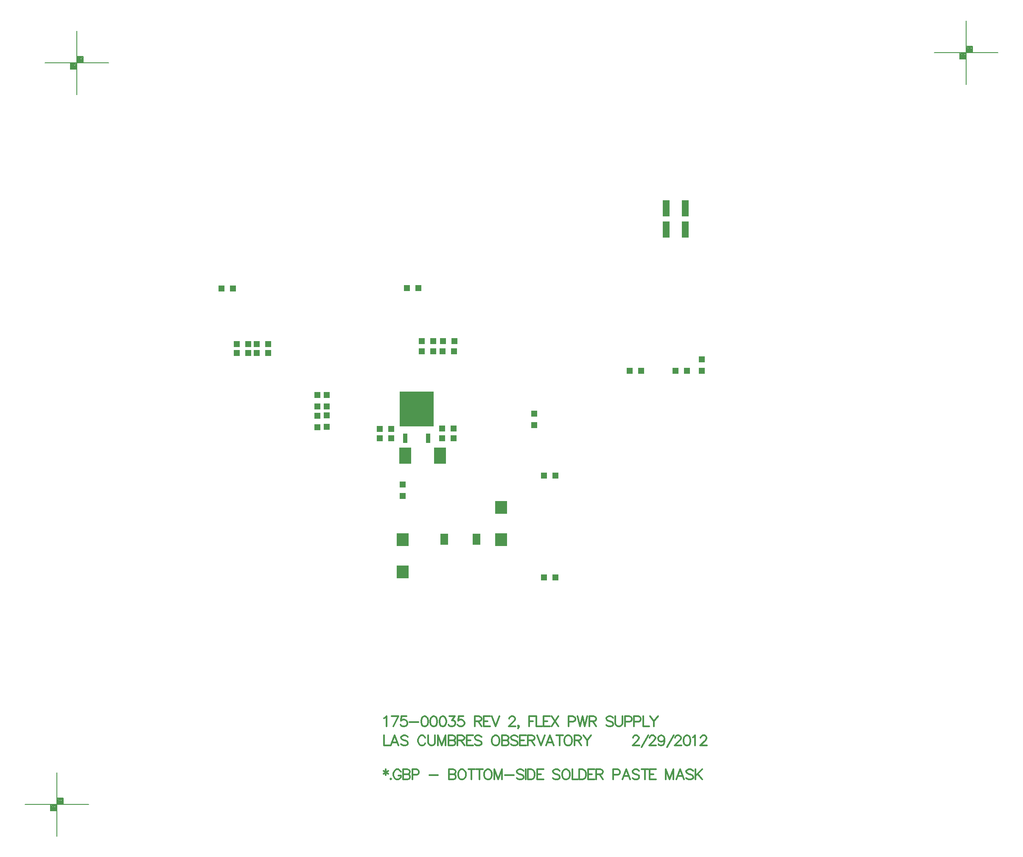
<source format=gbp>
%FSLAX23Y23*%
%MOIN*%
G70*
G01*
G75*
G04 Layer_Color=128*
%ADD10R,0.036X0.036*%
%ADD11R,0.050X0.050*%
%ADD12R,0.059X0.039*%
%ADD13O,0.014X0.067*%
%ADD14O,0.024X0.079*%
%ADD15R,0.050X0.050*%
%ADD16R,0.268X0.272*%
%ADD17R,0.037X0.075*%
%ADD18C,0.010*%
%ADD19C,0.020*%
%ADD20C,0.012*%
%ADD21R,5.000X0.079*%
%ADD22R,0.221X0.206*%
%ADD23R,6.378X0.079*%
%ADD24R,0.221X0.197*%
%ADD25R,0.262X0.135*%
%ADD26C,0.008*%
%ADD27C,0.012*%
%ADD28C,0.012*%
%ADD29R,0.059X0.059*%
%ADD30C,0.059*%
%ADD31C,0.157*%
%ADD32C,0.080*%
%ADD33C,0.079*%
%ADD34R,0.079X0.079*%
%ADD35R,0.120X0.120*%
%ADD36C,0.120*%
%ADD37C,0.055*%
%ADD38C,0.065*%
%ADD39C,0.115*%
%ADD40R,0.115X0.115*%
%ADD41C,0.037*%
%ADD42C,0.233*%
%ADD43C,0.220*%
%ADD44C,0.064*%
%ADD45C,0.020*%
%ADD46R,0.059X0.059*%
%ADD47C,0.030*%
%ADD48C,0.050*%
%ADD49C,0.024*%
%ADD50C,0.040*%
%ADD51C,0.075*%
%ADD52C,0.206*%
%ADD53C,0.092*%
G04:AMPARAMS|DCode=54|XSize=112mil|YSize=112mil|CornerRadius=0mil|HoleSize=0mil|Usage=FLASHONLY|Rotation=0.000|XOffset=0mil|YOffset=0mil|HoleType=Round|Shape=Relief|Width=10mil|Gap=10mil|Entries=4|*
%AMTHD54*
7,0,0,0.112,0.092,0.010,45*
%
%ADD54THD54*%
%ADD55C,0.087*%
%ADD56C,0.118*%
%ADD57C,0.073*%
%ADD58C,0.190*%
G04:AMPARAMS|DCode=59|XSize=107.244mil|YSize=107.244mil|CornerRadius=0mil|HoleSize=0mil|Usage=FLASHONLY|Rotation=0.000|XOffset=0mil|YOffset=0mil|HoleType=Round|Shape=Relief|Width=10mil|Gap=10mil|Entries=4|*
%AMTHD59*
7,0,0,0.107,0.087,0.010,45*
%
%ADD59THD59*%
G04:AMPARAMS|DCode=60|XSize=138mil|YSize=138mil|CornerRadius=0mil|HoleSize=0mil|Usage=FLASHONLY|Rotation=0.000|XOffset=0mil|YOffset=0mil|HoleType=Round|Shape=Relief|Width=10mil|Gap=10mil|Entries=4|*
%AMTHD60*
7,0,0,0.138,0.118,0.010,45*
%
%ADD60THD60*%
%ADD61C,0.067*%
%ADD62C,0.056*%
%ADD63C,0.104*%
G04:AMPARAMS|DCode=64|XSize=70mil|YSize=70mil|CornerRadius=0mil|HoleSize=0mil|Usage=FLASHONLY|Rotation=0.000|XOffset=0mil|YOffset=0mil|HoleType=Round|Shape=Relief|Width=10mil|Gap=10mil|Entries=4|*
%AMTHD64*
7,0,0,0.070,0.050,0.010,45*
%
%ADD64THD64*%
G04:AMPARAMS|DCode=65|XSize=95.433mil|YSize=95.433mil|CornerRadius=0mil|HoleSize=0mil|Usage=FLASHONLY|Rotation=0.000|XOffset=0mil|YOffset=0mil|HoleType=Round|Shape=Relief|Width=10mil|Gap=10mil|Entries=4|*
%AMTHD65*
7,0,0,0.095,0.075,0.010,45*
%
%ADD65THD65*%
%ADD66C,0.055*%
%ADD67C,0.068*%
G04:AMPARAMS|DCode=68|XSize=88mil|YSize=88mil|CornerRadius=0mil|HoleSize=0mil|Usage=FLASHONLY|Rotation=0.000|XOffset=0mil|YOffset=0mil|HoleType=Round|Shape=Relief|Width=10mil|Gap=10mil|Entries=4|*
%AMTHD68*
7,0,0,0.088,0.068,0.010,45*
%
%ADD68THD68*%
G04:AMPARAMS|DCode=69|XSize=226.142mil|YSize=226.142mil|CornerRadius=0mil|HoleSize=0mil|Usage=FLASHONLY|Rotation=0.000|XOffset=0mil|YOffset=0mil|HoleType=Round|Shape=Relief|Width=10mil|Gap=10mil|Entries=4|*
%AMTHD69*
7,0,0,0.226,0.206,0.010,45*
%
%ADD69THD69*%
G04:AMPARAMS|DCode=70|XSize=93.465mil|YSize=93.465mil|CornerRadius=0mil|HoleSize=0mil|Usage=FLASHONLY|Rotation=0.000|XOffset=0mil|YOffset=0mil|HoleType=Round|Shape=Relief|Width=10mil|Gap=10mil|Entries=4|*
%AMTHD70*
7,0,0,0.093,0.073,0.010,45*
%
%ADD70THD70*%
G04:AMPARAMS|DCode=71|XSize=100mil|YSize=100mil|CornerRadius=0mil|HoleSize=0mil|Usage=FLASHONLY|Rotation=0.000|XOffset=0mil|YOffset=0mil|HoleType=Round|Shape=Relief|Width=10mil|Gap=10mil|Entries=4|*
%AMTHD71*
7,0,0,0.100,0.080,0.010,45*
%
%ADD71THD71*%
G04:AMPARAMS|DCode=72|XSize=75mil|YSize=75mil|CornerRadius=0mil|HoleSize=0mil|Usage=FLASHONLY|Rotation=0.000|XOffset=0mil|YOffset=0mil|HoleType=Round|Shape=Relief|Width=10mil|Gap=10mil|Entries=4|*
%AMTHD72*
7,0,0,0.075,0.055,0.010,45*
%
%ADD72THD72*%
%ADD73R,0.094X0.102*%
%ADD74R,0.055X0.130*%
%ADD75R,0.059X0.087*%
%ADD76R,0.094X0.130*%
%ADD77C,0.050*%
%ADD78C,0.025*%
%ADD79C,0.007*%
%ADD80R,4.998X0.079*%
%ADD81C,0.025*%
%ADD82C,0.010*%
%ADD83C,0.024*%
%ADD84C,0.010*%
%ADD85C,0.006*%
%ADD86C,0.007*%
%ADD87C,0.008*%
%ADD88R,0.190X0.123*%
%ADD89R,0.230X0.340*%
%ADD90R,0.240X0.280*%
%ADD91R,0.230X0.275*%
%ADD92R,0.230X0.315*%
%ADD93R,0.044X0.044*%
%ADD94R,0.058X0.058*%
%ADD95R,0.067X0.047*%
%ADD96O,0.022X0.075*%
%ADD97O,0.032X0.087*%
%ADD98R,0.058X0.058*%
%ADD99R,0.276X0.280*%
%ADD100R,0.045X0.083*%
%ADD101R,0.067X0.067*%
%ADD102C,0.067*%
%ADD103C,0.165*%
%ADD104C,0.088*%
%ADD105C,0.087*%
%ADD106R,0.087X0.087*%
%ADD107R,0.128X0.128*%
%ADD108C,0.128*%
%ADD109C,0.063*%
%ADD110C,0.073*%
%ADD111C,0.123*%
%ADD112R,0.123X0.123*%
%ADD113C,0.241*%
%ADD114C,0.228*%
%ADD115C,0.072*%
%ADD116C,0.028*%
%ADD117R,0.067X0.067*%
%ADD118C,0.038*%
%ADD119C,0.058*%
%ADD120C,0.032*%
%ADD121R,1.028X0.327*%
%ADD122R,0.102X0.110*%
%ADD123R,0.063X0.138*%
%ADD124R,0.067X0.095*%
%ADD125R,0.102X0.138*%
%ADD126C,0.033*%
D11*
X51569Y33866D02*
D03*
Y33776D02*
D03*
X50254Y33349D02*
D03*
Y33439D02*
D03*
X48624Y33334D02*
D03*
Y33424D02*
D03*
X48549Y33333D02*
D03*
Y33423D02*
D03*
Y33586D02*
D03*
Y33496D02*
D03*
X48624Y33586D02*
D03*
Y33496D02*
D03*
X49219Y32881D02*
D03*
Y32791D02*
D03*
D15*
X49343Y34425D02*
D03*
X49253D02*
D03*
X47886Y34422D02*
D03*
X47796D02*
D03*
X49529Y33245D02*
D03*
X49619D02*
D03*
X49041Y33318D02*
D03*
X49131D02*
D03*
X49534Y33929D02*
D03*
X49624D02*
D03*
X49535Y34010D02*
D03*
X49625D02*
D03*
X49461Y33929D02*
D03*
X49371D02*
D03*
X49461Y34010D02*
D03*
X49371D02*
D03*
X48074Y33986D02*
D03*
X48164D02*
D03*
X48005D02*
D03*
X47915D02*
D03*
X48005Y33916D02*
D03*
X47915D02*
D03*
X49529Y33321D02*
D03*
X49619D02*
D03*
X50419Y32951D02*
D03*
X50329D02*
D03*
Y32151D02*
D03*
X50419D02*
D03*
X51004Y33775D02*
D03*
X51094D02*
D03*
X51454Y33776D02*
D03*
X51364D02*
D03*
X48074Y33916D02*
D03*
X48164D02*
D03*
X49039Y33245D02*
D03*
X49129D02*
D03*
D16*
X49329Y33475D02*
D03*
D17*
X49419Y33245D02*
D03*
X49240D02*
D03*
D26*
X46410Y36197D02*
X46910D01*
X46660Y35947D02*
Y36447D01*
X46710Y36197D02*
Y36247D01*
X46660D02*
X46710D01*
X46610Y36147D02*
Y36197D01*
Y36147D02*
X46660D01*
X46615Y36192D02*
X46655D01*
X46615Y36152D02*
Y36192D01*
Y36152D02*
X46655D01*
Y36192D01*
X46620Y36187D02*
X46650D01*
X46620Y36157D02*
Y36187D01*
Y36157D02*
X46650D01*
Y36182D01*
X46625D02*
X46645D01*
X46625Y36162D02*
Y36182D01*
Y36162D02*
X46645D01*
Y36177D01*
X46630D02*
X46640D01*
X46630Y36167D02*
Y36177D01*
Y36167D02*
X46640D01*
Y36177D01*
X46630Y36172D02*
X46640D01*
X46665Y36242D02*
X46705D01*
X46665Y36202D02*
Y36242D01*
Y36202D02*
X46705D01*
Y36242D01*
X46670Y36237D02*
X46700D01*
X46670Y36207D02*
Y36237D01*
Y36207D02*
X46700D01*
Y36232D01*
X46675D02*
X46695D01*
X46675Y36212D02*
Y36232D01*
Y36212D02*
X46695D01*
Y36227D01*
X46680D02*
X46690D01*
X46680Y36217D02*
Y36227D01*
Y36217D02*
X46690D01*
Y36227D01*
X46680Y36222D02*
X46690D01*
X46252Y30370D02*
X46752D01*
X46502Y30120D02*
Y30620D01*
X46552Y30370D02*
Y30420D01*
X46502D02*
X46552D01*
X46452Y30320D02*
Y30370D01*
Y30320D02*
X46502D01*
X46457Y30365D02*
X46497D01*
X46457Y30325D02*
Y30365D01*
Y30325D02*
X46497D01*
Y30365D01*
X46462Y30360D02*
X46492D01*
X46462Y30330D02*
Y30360D01*
Y30330D02*
X46492D01*
Y30355D01*
X46467D02*
X46487D01*
X46467Y30335D02*
Y30355D01*
Y30335D02*
X46487D01*
Y30350D01*
X46472D02*
X46482D01*
X46472Y30340D02*
Y30350D01*
Y30340D02*
X46482D01*
Y30350D01*
X46472Y30345D02*
X46482D01*
X46507Y30415D02*
X46547D01*
X46507Y30375D02*
Y30415D01*
Y30375D02*
X46547D01*
Y30415D01*
X46512Y30410D02*
X46542D01*
X46512Y30380D02*
Y30410D01*
Y30380D02*
X46542D01*
Y30405D01*
X46517D02*
X46537D01*
X46517Y30385D02*
Y30405D01*
Y30385D02*
X46537D01*
Y30400D01*
X46522D02*
X46532D01*
X46522Y30390D02*
Y30400D01*
Y30390D02*
X46532D01*
Y30400D01*
X46522Y30395D02*
X46532D01*
X53398Y36275D02*
X53898D01*
X53648Y36025D02*
Y36525D01*
X53698Y36275D02*
Y36325D01*
X53648D02*
X53698D01*
X53598Y36225D02*
Y36275D01*
Y36225D02*
X53648D01*
X53603Y36270D02*
X53643D01*
X53603Y36230D02*
Y36270D01*
Y36230D02*
X53643D01*
Y36270D01*
X53608Y36265D02*
X53638D01*
X53608Y36235D02*
Y36265D01*
Y36235D02*
X53638D01*
Y36260D01*
X53613D02*
X53633D01*
X53613Y36240D02*
Y36260D01*
Y36240D02*
X53633D01*
Y36255D01*
X53618D02*
X53628D01*
X53618Y36245D02*
Y36255D01*
Y36245D02*
X53628D01*
Y36255D01*
X53618Y36250D02*
X53628D01*
X53653Y36320D02*
X53693D01*
X53653Y36280D02*
Y36320D01*
Y36280D02*
X53693D01*
Y36320D01*
X53658Y36315D02*
X53688D01*
X53658Y36285D02*
Y36315D01*
Y36285D02*
X53688D01*
Y36310D01*
X53663D02*
X53683D01*
X53663Y36290D02*
Y36310D01*
Y36290D02*
X53683D01*
Y36305D01*
X53668D02*
X53678D01*
X53668Y36295D02*
Y36305D01*
Y36295D02*
X53678D01*
Y36305D01*
X53668Y36300D02*
X53678D01*
D27*
X49073Y30911D02*
Y30831D01*
X49119D01*
X49188D02*
X49158Y30911D01*
X49127Y30831D01*
X49139Y30857D02*
X49177D01*
X49260Y30899D02*
X49253Y30907D01*
X49241Y30911D01*
X49226D01*
X49215Y30907D01*
X49207Y30899D01*
Y30892D01*
X49211Y30884D01*
X49215Y30880D01*
X49222Y30876D01*
X49245Y30869D01*
X49253Y30865D01*
X49257Y30861D01*
X49260Y30853D01*
Y30842D01*
X49253Y30834D01*
X49241Y30831D01*
X49226D01*
X49215Y30834D01*
X49207Y30842D01*
X49398Y30892D02*
X49394Y30899D01*
X49387Y30907D01*
X49379Y30911D01*
X49364D01*
X49356Y30907D01*
X49349Y30899D01*
X49345Y30892D01*
X49341Y30880D01*
Y30861D01*
X49345Y30850D01*
X49349Y30842D01*
X49356Y30834D01*
X49364Y30831D01*
X49379D01*
X49387Y30834D01*
X49394Y30842D01*
X49398Y30850D01*
X49421Y30911D02*
Y30853D01*
X49425Y30842D01*
X49432Y30834D01*
X49444Y30831D01*
X49451D01*
X49463Y30834D01*
X49470Y30842D01*
X49474Y30853D01*
Y30911D01*
X49496D02*
Y30831D01*
Y30911D02*
X49527Y30831D01*
X49557Y30911D02*
X49527Y30831D01*
X49557Y30911D02*
Y30831D01*
X49580Y30911D02*
Y30831D01*
Y30911D02*
X49614D01*
X49626Y30907D01*
X49629Y30903D01*
X49633Y30895D01*
Y30888D01*
X49629Y30880D01*
X49626Y30876D01*
X49614Y30872D01*
X49580D02*
X49614D01*
X49626Y30869D01*
X49629Y30865D01*
X49633Y30857D01*
Y30846D01*
X49629Y30838D01*
X49626Y30834D01*
X49614Y30831D01*
X49580D01*
X49651Y30911D02*
Y30831D01*
Y30911D02*
X49685D01*
X49697Y30907D01*
X49701Y30903D01*
X49705Y30895D01*
Y30888D01*
X49701Y30880D01*
X49697Y30876D01*
X49685Y30872D01*
X49651D01*
X49678D02*
X49705Y30831D01*
X49772Y30911D02*
X49722D01*
Y30831D01*
X49772D01*
X49722Y30872D02*
X49753D01*
X49839Y30899D02*
X49831Y30907D01*
X49820Y30911D01*
X49804D01*
X49793Y30907D01*
X49785Y30899D01*
Y30892D01*
X49789Y30884D01*
X49793Y30880D01*
X49800Y30876D01*
X49823Y30869D01*
X49831Y30865D01*
X49835Y30861D01*
X49839Y30853D01*
Y30842D01*
X49831Y30834D01*
X49820Y30831D01*
X49804D01*
X49793Y30834D01*
X49785Y30842D01*
X49942Y30911D02*
X49935Y30907D01*
X49927Y30899D01*
X49923Y30892D01*
X49919Y30880D01*
Y30861D01*
X49923Y30850D01*
X49927Y30842D01*
X49935Y30834D01*
X49942Y30831D01*
X49957D01*
X49965Y30834D01*
X49973Y30842D01*
X49976Y30850D01*
X49980Y30861D01*
Y30880D01*
X49976Y30892D01*
X49973Y30899D01*
X49965Y30907D01*
X49957Y30911D01*
X49942D01*
X49999D02*
Y30831D01*
Y30911D02*
X50033D01*
X50045Y30907D01*
X50048Y30903D01*
X50052Y30895D01*
Y30888D01*
X50048Y30880D01*
X50045Y30876D01*
X50033Y30872D01*
X49999D02*
X50033D01*
X50045Y30869D01*
X50048Y30865D01*
X50052Y30857D01*
Y30846D01*
X50048Y30838D01*
X50045Y30834D01*
X50033Y30831D01*
X49999D01*
X50123Y30899D02*
X50116Y30907D01*
X50104Y30911D01*
X50089D01*
X50078Y30907D01*
X50070Y30899D01*
Y30892D01*
X50074Y30884D01*
X50078Y30880D01*
X50085Y30876D01*
X50108Y30869D01*
X50116Y30865D01*
X50120Y30861D01*
X50123Y30853D01*
Y30842D01*
X50116Y30834D01*
X50104Y30831D01*
X50089D01*
X50078Y30834D01*
X50070Y30842D01*
X50191Y30911D02*
X50141D01*
Y30831D01*
X50191D01*
X50141Y30872D02*
X50172D01*
X50204Y30911D02*
Y30831D01*
Y30911D02*
X50238D01*
X50250Y30907D01*
X50254Y30903D01*
X50258Y30895D01*
Y30888D01*
X50254Y30880D01*
X50250Y30876D01*
X50238Y30872D01*
X50204D01*
X50231D02*
X50258Y30831D01*
X50275Y30911D02*
X50306Y30831D01*
X50336Y30911D02*
X50306Y30831D01*
X50408D02*
X50377Y30911D01*
X50347Y30831D01*
X50358Y30857D02*
X50396D01*
X50453Y30911D02*
Y30831D01*
X50426Y30911D02*
X50480D01*
X50512D02*
X50504Y30907D01*
X50497Y30899D01*
X50493Y30892D01*
X50489Y30880D01*
Y30861D01*
X50493Y30850D01*
X50497Y30842D01*
X50504Y30834D01*
X50512Y30831D01*
X50527D01*
X50535Y30834D01*
X50542Y30842D01*
X50546Y30850D01*
X50550Y30861D01*
Y30880D01*
X50546Y30892D01*
X50542Y30899D01*
X50535Y30907D01*
X50527Y30911D01*
X50512D01*
X50569D02*
Y30831D01*
Y30911D02*
X50603D01*
X50614Y30907D01*
X50618Y30903D01*
X50622Y30895D01*
Y30888D01*
X50618Y30880D01*
X50614Y30876D01*
X50603Y30872D01*
X50569D01*
X50595D02*
X50622Y30831D01*
X50640Y30911D02*
X50670Y30872D01*
Y30831D01*
X50701Y30911D02*
X50670Y30872D01*
X51029Y30892D02*
Y30895D01*
X51033Y30903D01*
X51037Y30907D01*
X51044Y30911D01*
X51060D01*
X51067Y30907D01*
X51071Y30903D01*
X51075Y30895D01*
Y30888D01*
X51071Y30880D01*
X51063Y30869D01*
X51025Y30831D01*
X51079D01*
X51097Y30819D02*
X51150Y30911D01*
X51159Y30892D02*
Y30895D01*
X51163Y30903D01*
X51167Y30907D01*
X51174Y30911D01*
X51190D01*
X51197Y30907D01*
X51201Y30903D01*
X51205Y30895D01*
Y30888D01*
X51201Y30880D01*
X51193Y30869D01*
X51155Y30831D01*
X51209D01*
X51276Y30884D02*
X51272Y30872D01*
X51265Y30865D01*
X51253Y30861D01*
X51249D01*
X51238Y30865D01*
X51230Y30872D01*
X51226Y30884D01*
Y30888D01*
X51230Y30899D01*
X51238Y30907D01*
X51249Y30911D01*
X51253D01*
X51265Y30907D01*
X51272Y30899D01*
X51276Y30884D01*
Y30865D01*
X51272Y30846D01*
X51265Y30834D01*
X51253Y30831D01*
X51246D01*
X51234Y30834D01*
X51230Y30842D01*
X51298Y30819D02*
X51351Y30911D01*
X51360Y30892D02*
Y30895D01*
X51364Y30903D01*
X51368Y30907D01*
X51375Y30911D01*
X51391D01*
X51398Y30907D01*
X51402Y30903D01*
X51406Y30895D01*
Y30888D01*
X51402Y30880D01*
X51394Y30869D01*
X51356Y30831D01*
X51410D01*
X51450Y30911D02*
X51439Y30907D01*
X51431Y30895D01*
X51428Y30876D01*
Y30865D01*
X51431Y30846D01*
X51439Y30834D01*
X51450Y30831D01*
X51458D01*
X51469Y30834D01*
X51477Y30846D01*
X51481Y30865D01*
Y30876D01*
X51477Y30895D01*
X51469Y30907D01*
X51458Y30911D01*
X51450D01*
X51499Y30895D02*
X51506Y30899D01*
X51518Y30911D01*
Y30831D01*
X51561Y30892D02*
Y30895D01*
X51565Y30903D01*
X51569Y30907D01*
X51576Y30911D01*
X51592D01*
X51599Y30907D01*
X51603Y30903D01*
X51607Y30895D01*
Y30888D01*
X51603Y30880D01*
X51596Y30869D01*
X51557Y30831D01*
X51611D01*
D28*
X49088Y30644D02*
Y30598D01*
X49069Y30633D02*
X49107Y30610D01*
Y30633D02*
X49069Y30610D01*
X49127Y30572D02*
X49123Y30568D01*
X49127Y30564D01*
X49131Y30568D01*
X49127Y30572D01*
X49205Y30625D02*
X49201Y30633D01*
X49194Y30640D01*
X49186Y30644D01*
X49171D01*
X49163Y30640D01*
X49156Y30633D01*
X49152Y30625D01*
X49148Y30614D01*
Y30594D01*
X49152Y30583D01*
X49156Y30575D01*
X49163Y30568D01*
X49171Y30564D01*
X49186D01*
X49194Y30568D01*
X49201Y30575D01*
X49205Y30583D01*
Y30594D01*
X49186D02*
X49205D01*
X49224Y30644D02*
Y30564D01*
Y30644D02*
X49258D01*
X49269Y30640D01*
X49273Y30636D01*
X49277Y30629D01*
Y30621D01*
X49273Y30614D01*
X49269Y30610D01*
X49258Y30606D01*
X49224D02*
X49258D01*
X49269Y30602D01*
X49273Y30598D01*
X49277Y30591D01*
Y30579D01*
X49273Y30572D01*
X49269Y30568D01*
X49258Y30564D01*
X49224D01*
X49295Y30602D02*
X49329D01*
X49340Y30606D01*
X49344Y30610D01*
X49348Y30617D01*
Y30629D01*
X49344Y30636D01*
X49340Y30640D01*
X49329Y30644D01*
X49295D01*
Y30564D01*
X49429Y30598D02*
X49497D01*
X49584Y30644D02*
Y30564D01*
Y30644D02*
X49618D01*
X49630Y30640D01*
X49633Y30636D01*
X49637Y30629D01*
Y30621D01*
X49633Y30614D01*
X49630Y30610D01*
X49618Y30606D01*
X49584D02*
X49618D01*
X49630Y30602D01*
X49633Y30598D01*
X49637Y30591D01*
Y30579D01*
X49633Y30572D01*
X49630Y30568D01*
X49618Y30564D01*
X49584D01*
X49678Y30644D02*
X49670Y30640D01*
X49663Y30633D01*
X49659Y30625D01*
X49655Y30614D01*
Y30594D01*
X49659Y30583D01*
X49663Y30575D01*
X49670Y30568D01*
X49678Y30564D01*
X49693D01*
X49701Y30568D01*
X49708Y30575D01*
X49712Y30583D01*
X49716Y30594D01*
Y30614D01*
X49712Y30625D01*
X49708Y30633D01*
X49701Y30640D01*
X49693Y30644D01*
X49678D01*
X49761D02*
Y30564D01*
X49735Y30644D02*
X49788D01*
X49824D02*
Y30564D01*
X49798Y30644D02*
X49851D01*
X49883D02*
X49876Y30640D01*
X49868Y30633D01*
X49864Y30625D01*
X49860Y30614D01*
Y30594D01*
X49864Y30583D01*
X49868Y30575D01*
X49876Y30568D01*
X49883Y30564D01*
X49898D01*
X49906Y30568D01*
X49914Y30575D01*
X49918Y30583D01*
X49921Y30594D01*
Y30614D01*
X49918Y30625D01*
X49914Y30633D01*
X49906Y30640D01*
X49898Y30644D01*
X49883D01*
X49940D02*
Y30564D01*
Y30644D02*
X49970Y30564D01*
X50001Y30644D02*
X49970Y30564D01*
X50001Y30644D02*
Y30564D01*
X50024Y30598D02*
X50092D01*
X50169Y30633D02*
X50162Y30640D01*
X50150Y30644D01*
X50135D01*
X50124Y30640D01*
X50116Y30633D01*
Y30625D01*
X50120Y30617D01*
X50124Y30614D01*
X50131Y30610D01*
X50154Y30602D01*
X50162Y30598D01*
X50165Y30594D01*
X50169Y30587D01*
Y30575D01*
X50162Y30568D01*
X50150Y30564D01*
X50135D01*
X50124Y30568D01*
X50116Y30575D01*
X50187Y30644D02*
Y30564D01*
X50204Y30644D02*
Y30564D01*
Y30644D02*
X50231D01*
X50242Y30640D01*
X50250Y30633D01*
X50253Y30625D01*
X50257Y30614D01*
Y30594D01*
X50253Y30583D01*
X50250Y30575D01*
X50242Y30568D01*
X50231Y30564D01*
X50204D01*
X50325Y30644D02*
X50275D01*
Y30564D01*
X50325D01*
X50275Y30606D02*
X50306D01*
X50454Y30633D02*
X50447Y30640D01*
X50435Y30644D01*
X50420D01*
X50408Y30640D01*
X50401Y30633D01*
Y30625D01*
X50405Y30617D01*
X50408Y30614D01*
X50416Y30610D01*
X50439Y30602D01*
X50447Y30598D01*
X50450Y30594D01*
X50454Y30587D01*
Y30575D01*
X50447Y30568D01*
X50435Y30564D01*
X50420D01*
X50408Y30568D01*
X50401Y30575D01*
X50495Y30644D02*
X50487Y30640D01*
X50480Y30633D01*
X50476Y30625D01*
X50472Y30614D01*
Y30594D01*
X50476Y30583D01*
X50480Y30575D01*
X50487Y30568D01*
X50495Y30564D01*
X50510D01*
X50518Y30568D01*
X50525Y30575D01*
X50529Y30583D01*
X50533Y30594D01*
Y30614D01*
X50529Y30625D01*
X50525Y30633D01*
X50518Y30640D01*
X50510Y30644D01*
X50495D01*
X50552D02*
Y30564D01*
X50597D01*
X50606Y30644D02*
Y30564D01*
Y30644D02*
X50633D01*
X50644Y30640D01*
X50652Y30633D01*
X50656Y30625D01*
X50659Y30614D01*
Y30594D01*
X50656Y30583D01*
X50652Y30575D01*
X50644Y30568D01*
X50633Y30564D01*
X50606D01*
X50727Y30644D02*
X50677D01*
Y30564D01*
X50727D01*
X50677Y30606D02*
X50708D01*
X50740Y30644D02*
Y30564D01*
Y30644D02*
X50774D01*
X50786Y30640D01*
X50790Y30636D01*
X50794Y30629D01*
Y30621D01*
X50790Y30614D01*
X50786Y30610D01*
X50774Y30606D01*
X50740D01*
X50767D02*
X50794Y30564D01*
X50874Y30602D02*
X50909D01*
X50920Y30606D01*
X50924Y30610D01*
X50928Y30617D01*
Y30629D01*
X50924Y30636D01*
X50920Y30640D01*
X50909Y30644D01*
X50874D01*
Y30564D01*
X51006D02*
X50976Y30644D01*
X50945Y30564D01*
X50957Y30591D02*
X50995D01*
X51078Y30633D02*
X51071Y30640D01*
X51059Y30644D01*
X51044D01*
X51033Y30640D01*
X51025Y30633D01*
Y30625D01*
X51029Y30617D01*
X51033Y30614D01*
X51040Y30610D01*
X51063Y30602D01*
X51071Y30598D01*
X51075Y30594D01*
X51078Y30587D01*
Y30575D01*
X51071Y30568D01*
X51059Y30564D01*
X51044D01*
X51033Y30568D01*
X51025Y30575D01*
X51123Y30644D02*
Y30564D01*
X51096Y30644D02*
X51150D01*
X51209D02*
X51159D01*
Y30564D01*
X51209D01*
X51159Y30606D02*
X51190D01*
X51285Y30644D02*
Y30564D01*
Y30644D02*
X51315Y30564D01*
X51346Y30644D02*
X51315Y30564D01*
X51346Y30644D02*
Y30564D01*
X51430D02*
X51399Y30644D01*
X51369Y30564D01*
X51380Y30591D02*
X51418D01*
X51502Y30633D02*
X51494Y30640D01*
X51483Y30644D01*
X51467D01*
X51456Y30640D01*
X51448Y30633D01*
Y30625D01*
X51452Y30617D01*
X51456Y30614D01*
X51463Y30610D01*
X51486Y30602D01*
X51494Y30598D01*
X51498Y30594D01*
X51502Y30587D01*
Y30575D01*
X51494Y30568D01*
X51483Y30564D01*
X51467D01*
X51456Y30568D01*
X51448Y30575D01*
X51519Y30644D02*
Y30564D01*
X51573Y30644D02*
X51519Y30591D01*
X51538Y30610D02*
X51573Y30564D01*
X49073Y31045D02*
X49081Y31049D01*
X49092Y31061D01*
Y30981D01*
X49185Y31061D02*
X49147Y30981D01*
X49132Y31061D02*
X49185D01*
X49249D02*
X49211D01*
X49207Y31026D01*
X49211Y31030D01*
X49222Y31034D01*
X49233D01*
X49245Y31030D01*
X49252Y31022D01*
X49256Y31011D01*
Y31003D01*
X49252Y30992D01*
X49245Y30984D01*
X49233Y30981D01*
X49222D01*
X49211Y30984D01*
X49207Y30988D01*
X49203Y30996D01*
X49274Y31015D02*
X49343D01*
X49389Y31061D02*
X49378Y31057D01*
X49370Y31045D01*
X49366Y31026D01*
Y31015D01*
X49370Y30996D01*
X49378Y30984D01*
X49389Y30981D01*
X49397D01*
X49408Y30984D01*
X49416Y30996D01*
X49420Y31015D01*
Y31026D01*
X49416Y31045D01*
X49408Y31057D01*
X49397Y31061D01*
X49389D01*
X49460D02*
X49449Y31057D01*
X49441Y31045D01*
X49438Y31026D01*
Y31015D01*
X49441Y30996D01*
X49449Y30984D01*
X49460Y30981D01*
X49468D01*
X49479Y30984D01*
X49487Y30996D01*
X49491Y31015D01*
Y31026D01*
X49487Y31045D01*
X49479Y31057D01*
X49468Y31061D01*
X49460D01*
X49532D02*
X49520Y31057D01*
X49513Y31045D01*
X49509Y31026D01*
Y31015D01*
X49513Y30996D01*
X49520Y30984D01*
X49532Y30981D01*
X49539D01*
X49551Y30984D01*
X49558Y30996D01*
X49562Y31015D01*
Y31026D01*
X49558Y31045D01*
X49551Y31057D01*
X49539Y31061D01*
X49532D01*
X49588D02*
X49629D01*
X49607Y31030D01*
X49618D01*
X49626Y31026D01*
X49629Y31022D01*
X49633Y31011D01*
Y31003D01*
X49629Y30992D01*
X49622Y30984D01*
X49610Y30981D01*
X49599D01*
X49588Y30984D01*
X49584Y30988D01*
X49580Y30996D01*
X49697Y31061D02*
X49659D01*
X49655Y31026D01*
X49659Y31030D01*
X49670Y31034D01*
X49682D01*
X49693Y31030D01*
X49701Y31022D01*
X49705Y31011D01*
Y31003D01*
X49701Y30992D01*
X49693Y30984D01*
X49682Y30981D01*
X49670D01*
X49659Y30984D01*
X49655Y30988D01*
X49651Y30996D01*
X49785Y31061D02*
Y30981D01*
Y31061D02*
X49820D01*
X49831Y31057D01*
X49835Y31053D01*
X49839Y31045D01*
Y31038D01*
X49835Y31030D01*
X49831Y31026D01*
X49820Y31022D01*
X49785D01*
X49812D02*
X49839Y30981D01*
X49906Y31061D02*
X49856D01*
Y30981D01*
X49906D01*
X49856Y31022D02*
X49887D01*
X49919Y31061D02*
X49950Y30981D01*
X49980Y31061D02*
X49950Y30981D01*
X50057Y31042D02*
Y31045D01*
X50061Y31053D01*
X50065Y31057D01*
X50072Y31061D01*
X50088D01*
X50095Y31057D01*
X50099Y31053D01*
X50103Y31045D01*
Y31038D01*
X50099Y31030D01*
X50091Y31019D01*
X50053Y30981D01*
X50107D01*
X50132Y30984D02*
X50128Y30981D01*
X50125Y30984D01*
X50128Y30988D01*
X50132Y30984D01*
Y30977D01*
X50128Y30969D01*
X50125Y30965D01*
X50213Y31061D02*
Y30981D01*
Y31061D02*
X50262D01*
X50213Y31022D02*
X50243D01*
X50271Y31061D02*
Y30981D01*
X50317D01*
X50375Y31061D02*
X50326D01*
Y30981D01*
X50375D01*
X50326Y31022D02*
X50356D01*
X50389Y31061D02*
X50442Y30981D01*
Y31061D02*
X50389Y30981D01*
X50523Y31019D02*
X50557D01*
X50568Y31022D01*
X50572Y31026D01*
X50576Y31034D01*
Y31045D01*
X50572Y31053D01*
X50568Y31057D01*
X50557Y31061D01*
X50523D01*
Y30981D01*
X50594Y31061D02*
X50613Y30981D01*
X50632Y31061D02*
X50613Y30981D01*
X50632Y31061D02*
X50651Y30981D01*
X50670Y31061D02*
X50651Y30981D01*
X50686Y31061D02*
Y30981D01*
Y31061D02*
X50720D01*
X50732Y31057D01*
X50736Y31053D01*
X50739Y31045D01*
Y31038D01*
X50736Y31030D01*
X50732Y31026D01*
X50720Y31022D01*
X50686D01*
X50713D02*
X50739Y30981D01*
X50873Y31049D02*
X50866Y31057D01*
X50854Y31061D01*
X50839D01*
X50828Y31057D01*
X50820Y31049D01*
Y31042D01*
X50824Y31034D01*
X50828Y31030D01*
X50835Y31026D01*
X50858Y31019D01*
X50866Y31015D01*
X50870Y31011D01*
X50873Y31003D01*
Y30992D01*
X50866Y30984D01*
X50854Y30981D01*
X50839D01*
X50828Y30984D01*
X50820Y30992D01*
X50891Y31061D02*
Y31003D01*
X50895Y30992D01*
X50903Y30984D01*
X50914Y30981D01*
X50922D01*
X50933Y30984D01*
X50941Y30992D01*
X50945Y31003D01*
Y31061D01*
X50967Y31019D02*
X51001D01*
X51012Y31022D01*
X51016Y31026D01*
X51020Y31034D01*
Y31045D01*
X51016Y31053D01*
X51012Y31057D01*
X51001Y31061D01*
X50967D01*
Y30981D01*
X51038Y31019D02*
X51072D01*
X51084Y31022D01*
X51087Y31026D01*
X51091Y31034D01*
Y31045D01*
X51087Y31053D01*
X51084Y31057D01*
X51072Y31061D01*
X51038D01*
Y30981D01*
X51109Y31061D02*
Y30981D01*
X51155D01*
X51164Y31061D02*
X51194Y31022D01*
Y30981D01*
X51225Y31061D02*
X51194Y31022D01*
D73*
X49994Y32702D02*
D03*
Y32450D02*
D03*
X49221Y32196D02*
D03*
Y32449D02*
D03*
D74*
X51290Y34886D02*
D03*
X51439D02*
D03*
X51290Y35052D02*
D03*
X51439D02*
D03*
D75*
X49800Y32451D02*
D03*
X49548D02*
D03*
D76*
X49240Y33109D02*
D03*
X49513D02*
D03*
M02*

</source>
